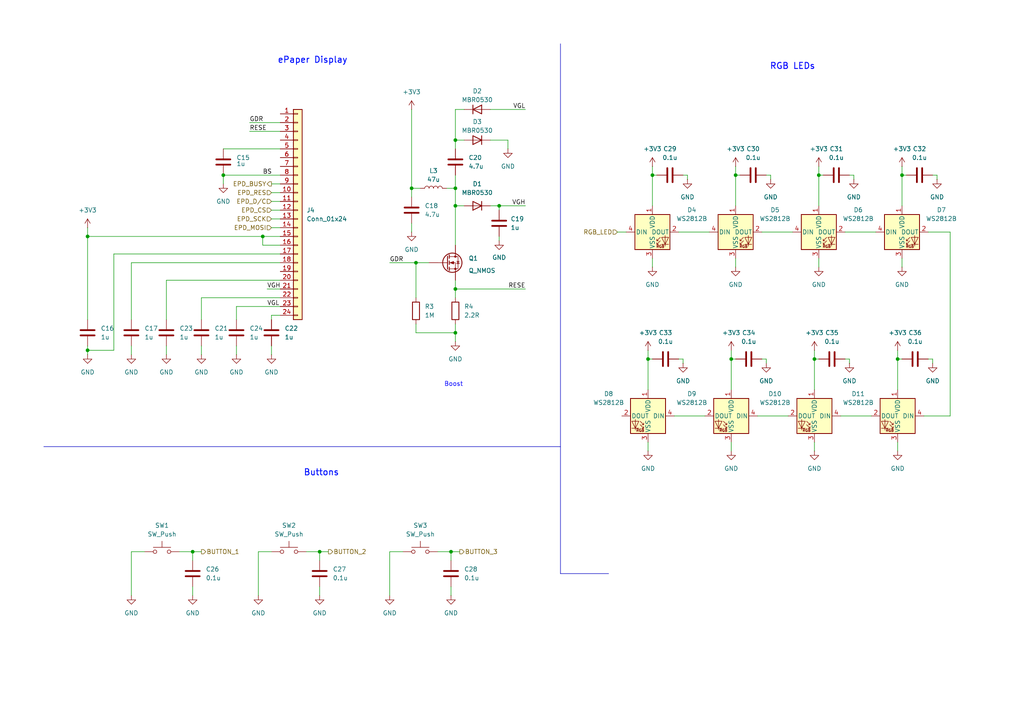
<source format=kicad_sch>
(kicad_sch (version 20250114) (generator "eeschema") (generator_version "9.0")
  (paper "A4")
  (lib_symbols
    (symbol "Connector_Generic:Conn_01x24" (pin_names (offset 1.016) (hide yes))
      (property "Reference" "J" (at 0 30.48 0))
      (property "Value" "Conn_01x24" (at 0 -33.02 0))
      (symbol "Conn_01x24_1_1"
        (rectangle (start -1.27 29.21) (end 1.27 -31.75) (stroke (width 0.254)) (fill (type background)))
        (rectangle (start -1.27 28.067) (end 0 27.813) (stroke (width 0.1524)))
        (rectangle (start -1.27 25.527) (end 0 25.273) (stroke (width 0.1524)))
        (rectangle (start -1.27 22.987) (end 0 22.733) (stroke (width 0.1524)))
        (rectangle (start -1.27 20.447) (end 0 20.193) (stroke (width 0.1524)))
        (rectangle (start -1.27 17.907) (end 0 17.653) (stroke (width 0.1524)))
        (rectangle (start -1.27 15.367) (end 0 15.113) (stroke (width 0.1524)))
        (rectangle (start -1.27 12.827) (end 0 12.573) (stroke (width 0.1524)))
        (rectangle (start -1.27 10.287) (end 0 10.033) (stroke (width 0.1524)))
        (rectangle (start -1.27 7.747) (end 0 7.493) (stroke (width 0.1524)))
        (rectangle (start -1.27 5.207) (end 0 4.953) (stroke (width 0.1524)))
        (rectangle (start -1.27 2.667) (end 0 2.413) (stroke (width 0.1524)))
        (rectangle (start -1.27 0.127) (end 0 -0.127) (stroke (width 0.1524)))
        (rectangle (start -1.27 -2.413) (end 0 -2.667) (stroke (width 0.1524)))
        (rectangle (start -1.27 -4.953) (end 0 -5.207) (stroke (width 0.1524)))
        (rectangle (start -1.27 -7.493) (end 0 -7.747) (stroke (width 0.1524)))
        (rectangle (start -1.27 -10.033) (end 0 -10.287) (stroke (width 0.1524)))
        (rectangle (start -1.27 -12.573) (end 0 -12.827) (stroke (width 0.1524)))
        (rectangle (start -1.27 -15.113) (end 0 -15.367) (stroke (width 0.1524)))
        (rectangle (start -1.27 -17.653) (end 0 -17.907) (stroke (width 0.1524)))
        (rectangle (start -1.27 -20.193) (end 0 -20.447) (stroke (width 0.1524)))
        (rectangle (start -1.27 -22.733) (end 0 -22.987) (stroke (width 0.1524)))
        (rectangle (start -1.27 -25.273) (end 0 -25.527) (stroke (width 0.1524)))
        (rectangle (start -1.27 -27.813) (end 0 -28.067) (stroke (width 0.1524)))
        (rectangle (start -1.27 -30.353) (end 0 -30.607) (stroke (width 0.1524)))
        (pin passive line (at -5.08 27.94 0) (length 3.81) (name "Pin_1") (number "1"))
        (pin passive line (at -5.08 25.4 0) (length 3.81) (name "Pin_2") (number "2"))
        (pin passive line (at -5.08 22.86 0) (length 3.81) (name "Pin_3") (number "3"))
        (pin passive line (at -5.08 20.32 0) (length 3.81) (name "Pin_4") (number "4"))
        (pin passive line (at -5.08 17.78 0) (length 3.81) (name "Pin_5") (number "5"))
        (pin passive line (at -5.08 15.24 0) (length 3.81) (name "Pin_6") (number "6"))
        (pin passive line (at -5.08 12.7 0) (length 3.81) (name "Pin_7") (number "7"))
        (pin passive line (at -5.08 10.16 0) (length 3.81) (name "Pin_8") (number "8"))
        (pin passive line (at -5.08 7.62 0) (length 3.81) (name "Pin_9") (number "9"))
        (pin passive line (at -5.08 5.08 0) (length 3.81) (name "Pin_10") (number "10"))
        (pin passive line (at -5.08 2.54 0) (length 3.81) (name "Pin_11") (number "11"))
        (pin passive line (at -5.08 0 0) (length 3.81) (name "Pin_12") (number "12"))
        (pin passive line (at -5.08 -2.54 0) (length 3.81) (name "Pin_13") (number "13"))
        (pin passive line (at -5.08 -5.08 0) (length 3.81) (name "Pin_14") (number "14"))
        (pin passive line (at -5.08 -7.62 0) (length 3.81) (name "Pin_15") (number "15"))
        (pin passive line (at -5.08 -10.16 0) (length 3.81) (name "Pin_16") (number "16"))
        (pin passive line (at -5.08 -12.7 0) (length 3.81) (name "Pin_17") (number "17"))
        (pin passive line (at -5.08 -15.24 0) (length 3.81) (name "Pin_18") (number "18"))
        (pin passive line (at -5.08 -17.78 0) (length 3.81) (name "Pin_19") (number "19"))
        (pin passive line (at -5.08 -20.32 0) (length 3.81) (name "Pin_20") (number "20"))
        (pin passive line (at -5.08 -22.86 0) (length 3.81) (name "Pin_21") (number "21"))
        (pin passive line (at -5.08 -25.4 0) (length 3.81) (name "Pin_22") (number "22"))
        (pin passive line (at -5.08 -27.94 0) (length 3.81) (name "Pin_23") (number "23"))
        (pin passive line (at -5.08 -30.48 0) (length 3.81) (name "Pin_24") (number "24"))
      )
    )
    (symbol "Device:C" (pin_numbers (hide yes)) (pin_names (offset 0.254))
      (property "Reference" "C" (at 0.635 2.54 0))
      (property "Value" "C" (at 0.635 -2.54 0))
      (symbol "C_0_1"
        (polyline (pts (xy -2.032 0.762) (xy 2.032 0.762)) (stroke (width 0.508)))
        (polyline (pts (xy -2.032 -0.762) (xy 2.032 -0.762)) (stroke (width 0.508)))
      )
      (symbol "C_1_1"
        (pin passive line (at 0 3.81 270) (length 2.794) (name "~") (number "1"))
        (pin passive line (at 0 -3.81 90) (length 2.794) (name "~") (number "2"))
      )
    )
    (symbol "Device:D" (pin_numbers (hide yes)) (pin_names (offset 1.016) (hide yes))
      (property "Reference" "D" (at 0 2.54 0))
      (property "Value" "D" (at 0 -2.54 0))
      (symbol "D_0_1"
        (polyline (pts (xy -1.27 1.27) (xy -1.27 -1.27)) (stroke (width 0.254)))
        (polyline (pts (xy 1.27 1.27) (xy 1.27 -1.27) (xy -1.27 0) (xy 1.27 1.27)) (stroke (width 0.254)))
        (polyline (pts (xy 1.27 0) (xy -1.27 0)))
      )
      (symbol "D_1_1"
        (pin passive line (at -3.81 0 0) (length 2.54) (name "K") (number "1"))
        (pin passive line (at 3.81 0 180) (length 2.54) (name "A") (number "2"))
      )
    )
    (symbol "Device:L" (pin_numbers (hide yes)) (pin_names (offset 1.016) (hide yes))
      (property "Reference" "L" (at -1.27 0 90))
      (property "Value" "L" (at 1.905 0 90))
      (symbol "L_0_1"
        (arc (start 0 2.54) (mid 0.6323 1.905) (end 0 1.27))
        (arc (start 0 1.27) (mid 0.6323 0.635) (end 0 0))
        (arc (start 0 0) (mid 0.6323 -0.635) (end 0 -1.27))
        (arc (start 0 -1.27) (mid 0.6323 -1.905) (end 0 -2.54))
      )
      (symbol "L_1_1"
        (pin passive line (at 0 3.81 270) (length 1.27) (name "1") (number "1"))
        (pin passive line (at 0 -3.81 90) (length 1.27) (name "2") (number "2"))
      )
    )
    (symbol "Device:Q_NMOS" (pin_numbers (hide yes)) (pin_names (offset 0) (hide yes))
      (property "Reference" "Q" (at 5.08 1.27 0))
      (property "Value" "Q_NMOS" (at 5.08 -1.27 0))
      (symbol "Q_NMOS_0_1"
        (polyline (pts (xy 0.254 1.905) (xy 0.254 -1.905)) (stroke (width 0.254)))
        (polyline (pts (xy 0.254 0) (xy -2.54 0)))
        (polyline (pts (xy 0.762 2.286) (xy 0.762 1.27)) (stroke (width 0.254)))
        (polyline (pts (xy 0.762 0.508) (xy 0.762 -0.508)) (stroke (width 0.254)))
        (polyline (pts (xy 0.762 -1.27) (xy 0.762 -2.286)) (stroke (width 0.254)))
        (polyline (pts (xy 0.762 -1.778) (xy 3.302 -1.778) (xy 3.302 1.778) (xy 0.762 1.778)))
        (polyline (pts (xy 1.016 0) (xy 2.032 0.381) (xy 2.032 -0.381) (xy 1.016 0)) (fill (type outline)))
        (circle (center 1.651 0) (radius 2.794) (stroke (width 0.254)))
        (polyline (pts (xy 2.54 2.54) (xy 2.54 1.778)))
        (circle (center 2.54 1.778) (radius 0.254) (fill (type outline)))
        (circle (center 2.54 -1.778) (radius 0.254) (fill (type outline)))
        (polyline (pts (xy 2.54 -2.54) (xy 2.54 0) (xy 0.762 0)))
        (polyline (pts (xy 2.921 0.381) (xy 3.683 0.381)))
        (polyline (pts (xy 3.302 0.381) (xy 2.921 -0.254) (xy 3.683 -0.254) (xy 3.302 0.381)))
      )
      (symbol "Q_NMOS_1_1"
        (pin input line (at -5.08 0 0) (length 2.54) (name "G") (number "G"))
        (pin passive line (at 2.54 5.08 270) (length 2.54) (name "D") (number "D"))
        (pin passive line (at 2.54 -5.08 90) (length 2.54) (name "S") (number "S"))
      )
    )
    (symbol "Device:R" (pin_numbers (hide yes)) (pin_names (offset 0))
      (property "Reference" "R" (at 2.032 0 90))
      (property "Value" "R" (at 0 0 90))
      (symbol "R_0_1"
        (rectangle (start -1.016 -2.54) (end 1.016 2.54) (stroke (width 0.254)))
      )
      (symbol "R_1_1"
        (pin passive line (at 0 3.81 270) (length 1.27) (name "~") (number "1"))
        (pin passive line (at 0 -3.81 90) (length 1.27) (name "~") (number "2"))
      )
    )
    (symbol "LED:WS2812B" (pin_names (offset 0.254))
      (property "Reference" "D" (at 5.08 5.715 0))
      (property "Value" "WS2812B" (at 1.27 -5.715 0))
      (symbol "WS2812B_0_0"
        (text "RGB" (at 2.286 -4.191 0) (effects (font (size 0.762 0.762))))
      )
      (symbol "WS2812B_0_1"
        (polyline (pts (xy 1.27 -2.54) (xy 1.778 -2.54)))
        (polyline (pts (xy 1.27 -3.556) (xy 1.778 -3.556)))
        (polyline (pts (xy 2.286 -1.524) (xy 1.27 -2.54) (xy 1.27 -2.032)))
        (polyline (pts (xy 2.286 -2.54) (xy 1.27 -3.556) (xy 1.27 -3.048)))
        (polyline (pts (xy 3.683 -1.016) (xy 3.683 -3.556) (xy 3.683 -4.064)))
        (polyline (pts (xy 4.699 -1.524) (xy 2.667 -1.524) (xy 3.683 -3.556) (xy 4.699 -1.524)))
        (polyline (pts (xy 4.699 -3.556) (xy 2.667 -3.556)))
        (rectangle (start 5.08 5.08) (end -5.08 -5.08) (stroke (width 0.254)) (fill (type background)))
      )
      (symbol "WS2812B_1_1"
        (pin input line (at -7.62 0 0) (length 2.54) (name "DIN") (number "4"))
        (pin power_in line (at 0 7.62 270) (length 2.54) (name "VDD") (number "1"))
        (pin power_in line (at 0 -7.62 90) (length 2.54) (name "VSS") (number "3"))
        (pin output line (at 7.62 0 180) (length 2.54) (name "DOUT") (number "2"))
      )
    )
    (symbol "Switch:SW_Push" (pin_numbers (hide yes)) (pin_names (offset 1.016) (hide yes))
      (property "Reference" "SW" (at 1.27 2.54 0))
      (property "Value" "SW_Push" (at 0 -1.524 0))
      (symbol "SW_Push_0_1"
        (circle (center -2.032 0) (radius 0.508))
        (polyline (pts (xy 0 1.27) (xy 0 3.048)))
        (circle (center 2.032 0) (radius 0.508))
        (polyline (pts (xy 2.54 1.27) (xy -2.54 1.27)))
        (pin passive line (at -5.08 0 0) (length 2.54) (name "1") (number "1"))
        (pin passive line (at 5.08 0 180) (length 2.54) (name "2") (number "2"))
      )
    )
    (symbol "power:+3V3" (power) (pin_numbers (hide yes)) (pin_names (offset 0) (hide yes))
      (property "Value" "+3V3" (at 0 3.556 0))
      (symbol "+3V3_0_1"
        (polyline (pts (xy -0.762 1.27) (xy 0 2.54)))
        (polyline (pts (xy 0 2.54) (xy 0.762 1.27)))
        (polyline (pts (xy 0 0) (xy 0 2.54)))
      )
      (symbol "+3V3_1_1"
        (pin power_in line (at 0 0 90) (length 0) (name "~") (number "1"))
      )
    )
    (symbol "power:GND" (power) (pin_numbers (hide yes)) (pin_names (offset 0) (hide yes))
      (property "Value" "GND" (at 0 -3.81 0))
      (symbol "GND_0_1"
        (polyline (pts (xy 0 0) (xy 0 -1.27) (xy 1.27 -1.27) (xy 0 -2.54) (xy -1.27 -1.27) (xy 0 -1.27)))
      )
      (symbol "GND_1_1"
        (pin power_in line (at 0 0 270) (length 0) (name "~") (number "1"))
      )
    )
  )
  (text "RGB LEDs" (at 229.87 19.304 0) (effects (font (size 1.778 1.778) (thickness 0.254) (bold yes))))
  (text "Boost" (at 131.572 111.506 0) (effects (font (size 1.27 1.27))))
  (text "Buttons\n" (at 93.218 137.16 0) (effects (font (size 1.778 1.778) (thickness 0.254) (bold yes))))
  (text "ePaper Display" (at 90.678 17.526 0) (effects (font (size 1.778 1.778) (thickness 0.254) (bold yes))))
  (junction (at 261.62 50.8))
  (junction (at 92.71 160.02))
  (junction (at 236.22 104.14))
  (junction (at 132.08 54.61))
  (junction (at 25.4 101.6))
  (junction (at 132.08 96.52))
  (junction (at 76.2 68.58))
  (junction (at 132.08 83.82))
  (junction (at 64.77 50.8))
  (junction (at 119.38 54.61))
  (junction (at 212.09 104.14))
  (junction (at 120.65 76.2))
  (junction (at 213.36 50.8))
  (junction (at 130.81 160.02))
  (junction (at 55.88 160.02))
  (junction (at 25.4 68.58))
  (junction (at 189.23 50.8))
  (junction (at 144.78 59.69))
  (junction (at 260.35 104.14))
  (junction (at 187.96 104.14))
  (junction (at 237.49 50.8))
  (junction (at 132.08 40.64))
  (junction (at 132.08 59.69))
  (wire (pts (xy 78.74 160.02) (xy 74.93 160.02)))
  (wire (pts (xy 212.09 104.14) (xy 212.09 113.03)))
  (wire (pts (xy 237.49 48.26) (xy 237.49 50.8)))
  (wire (pts (xy 78.74 60.96) (xy 81.28 60.96)))
  (wire (pts (xy 48.26 81.28) (xy 81.28 81.28)))
  (wire (pts (xy 132.08 83.82) (xy 152.4 83.82)))
  (wire (pts (xy 78.74 58.42) (xy 81.28 58.42)))
  (wire (pts (xy 88.9 160.02) (xy 92.71 160.02)))
  (wire (pts (xy 132.08 31.75) (xy 132.08 40.64)))
  (wire (pts (xy 78.74 63.5) (xy 81.28 63.5)))
  (wire (pts (xy 38.1 76.2) (xy 81.28 76.2)))
  (wire (pts (xy 129.54 54.61) (xy 132.08 54.61)))
  (wire (pts (xy 236.22 104.14) (xy 237.49 104.14)))
  (wire (pts (xy 25.4 101.6) (xy 33.02 101.6)))
  (wire (pts (xy 132.08 93.98) (xy 132.08 96.52)))
  (wire (pts (xy 119.38 31.75) (xy 119.38 54.61)))
  (wire (pts (xy 213.36 50.8) (xy 214.63 50.8)))
  (wire (pts (xy 74.93 160.02) (xy 74.93 172.72)))
  (wire (pts (xy 25.4 101.6) (xy 25.4 102.87)))
  (wire (pts (xy 25.4 68.58) (xy 25.4 92.71)))
  (polyline (pts (xy 162.56 166.37) (xy 176.53 166.37)))
  (wire (pts (xy 245.11 67.31) (xy 254 67.31)))
  (wire (pts (xy 269.24 67.31) (xy 275.59 67.31)))
  (wire (pts (xy 120.65 93.98) (xy 120.65 96.52)))
  (wire (pts (xy 189.23 74.93) (xy 189.23 77.47)))
  (wire (pts (xy 247.65 50.8) (xy 247.65 52.07)))
  (wire (pts (xy 78.74 91.44) (xy 81.28 91.44)))
  (wire (pts (xy 142.24 59.69) (xy 144.78 59.69)))
  (wire (pts (xy 116.84 160.02) (xy 113.03 160.02)))
  (wire (pts (xy 220.98 104.14) (xy 222.25 104.14)))
  (wire (pts (xy 222.25 50.8) (xy 223.52 50.8)))
  (wire (pts (xy 212.09 128.27) (xy 212.09 130.81)))
  (wire (pts (xy 119.38 54.61) (xy 121.92 54.61)))
  (wire (pts (xy 38.1 160.02) (xy 38.1 172.72)))
  (wire (pts (xy 195.58 120.65) (xy 204.47 120.65)))
  (wire (pts (xy 58.42 86.36) (xy 81.28 86.36)))
  (wire (pts (xy 132.08 40.64) (xy 132.08 43.18)))
  (wire (pts (xy 261.62 74.93) (xy 261.62 77.47)))
  (wire (pts (xy 119.38 64.77) (xy 119.38 67.31)))
  (wire (pts (xy 267.97 120.65) (xy 275.59 120.65)))
  (wire (pts (xy 187.96 104.14) (xy 187.96 113.03)))
  (wire (pts (xy 64.77 50.8) (xy 64.77 53.34)))
  (wire (pts (xy 245.11 104.14) (xy 246.38 104.14)))
  (wire (pts (xy 33.02 73.66) (xy 33.02 101.6)))
  (wire (pts (xy 78.74 53.34) (xy 81.28 53.34)))
  (wire (pts (xy 222.25 104.14) (xy 222.25 105.41)))
  (wire (pts (xy 261.62 48.26) (xy 261.62 50.8)))
  (wire (pts (xy 48.26 100.33) (xy 48.26 102.87)))
  (wire (pts (xy 236.22 101.6) (xy 236.22 104.14)))
  (wire (pts (xy 199.39 50.8) (xy 199.39 52.07)))
  (wire (pts (xy 260.35 104.14) (xy 260.35 113.03)))
  (wire (pts (xy 55.88 170.18) (xy 55.88 172.72)))
  (wire (pts (xy 237.49 50.8) (xy 237.49 59.69)))
  (wire (pts (xy 187.96 128.27) (xy 187.96 130.81)))
  (wire (pts (xy 72.39 35.56) (xy 81.28 35.56)))
  (wire (pts (xy 130.81 160.02) (xy 130.81 162.56)))
  (wire (pts (xy 132.08 81.28) (xy 132.08 83.82)))
  (wire (pts (xy 198.12 104.14) (xy 198.12 105.41)))
  (wire (pts (xy 76.2 68.58) (xy 76.2 71.12)))
  (wire (pts (xy 64.77 50.8) (xy 81.28 50.8)))
  (wire (pts (xy 261.62 50.8) (xy 261.62 59.69)))
  (wire (pts (xy 132.08 54.61) (xy 132.08 59.69)))
  (wire (pts (xy 25.4 66.04) (xy 25.4 68.58)))
  (wire (pts (xy 144.78 59.69) (xy 144.78 60.96)))
  (wire (pts (xy 113.03 76.2) (xy 120.65 76.2)))
  (wire (pts (xy 52.07 160.02) (xy 55.88 160.02)))
  (wire (pts (xy 271.78 50.8) (xy 271.78 52.07)))
  (wire (pts (xy 68.58 88.9) (xy 68.58 92.71)))
  (wire (pts (xy 132.08 40.64) (xy 134.62 40.64)))
  (wire (pts (xy 78.74 55.88) (xy 81.28 55.88)))
  (wire (pts (xy 55.88 160.02) (xy 55.88 162.56)))
  (wire (pts (xy 246.38 50.8) (xy 247.65 50.8)))
  (wire (pts (xy 219.71 120.65) (xy 228.6 120.65)))
  (wire (pts (xy 72.39 38.1) (xy 81.28 38.1)))
  (wire (pts (xy 130.81 170.18) (xy 130.81 172.72)))
  (wire (pts (xy 132.08 50.8) (xy 132.08 54.61)))
  (wire (pts (xy 78.74 100.33) (xy 78.74 102.87)))
  (wire (pts (xy 261.62 50.8) (xy 262.89 50.8)))
  (wire (pts (xy 78.74 92.71) (xy 78.74 91.44)))
  (wire (pts (xy 142.24 31.75) (xy 152.4 31.75)))
  (wire (pts (xy 132.08 83.82) (xy 132.08 86.36)))
  (wire (pts (xy 25.4 100.33) (xy 25.4 101.6)))
  (wire (pts (xy 260.35 104.14) (xy 261.62 104.14)))
  (wire (pts (xy 236.22 104.14) (xy 236.22 113.03)))
  (wire (pts (xy 38.1 76.2) (xy 38.1 92.71)))
  (wire (pts (xy 198.12 50.8) (xy 199.39 50.8)))
  (wire (pts (xy 243.84 120.65) (xy 252.73 120.65)))
  (wire (pts (xy 212.09 101.6) (xy 212.09 104.14)))
  (wire (pts (xy 120.65 96.52) (xy 132.08 96.52)))
  (wire (pts (xy 92.71 170.18) (xy 92.71 172.72)))
  (wire (pts (xy 237.49 74.93) (xy 237.49 77.47)))
  (wire (pts (xy 127 160.02) (xy 130.81 160.02)))
  (wire (pts (xy 189.23 50.8) (xy 189.23 59.69)))
  (wire (pts (xy 236.22 128.27) (xy 236.22 130.81)))
  (wire (pts (xy 212.09 104.14) (xy 213.36 104.14)))
  (wire (pts (xy 68.58 88.9) (xy 81.28 88.9)))
  (wire (pts (xy 260.35 128.27) (xy 260.35 130.81)))
  (wire (pts (xy 269.24 104.14) (xy 270.51 104.14)))
  (wire (pts (xy 187.96 104.14) (xy 189.23 104.14)))
  (wire (pts (xy 76.2 68.58) (xy 25.4 68.58)))
  (wire (pts (xy 119.38 54.61) (xy 119.38 57.15)))
  (wire (pts (xy 270.51 50.8) (xy 271.78 50.8)))
  (wire (pts (xy 132.08 59.69) (xy 134.62 59.69)))
  (wire (pts (xy 78.74 66.04) (xy 81.28 66.04)))
  (wire (pts (xy 187.96 101.6) (xy 187.96 104.14)))
  (wire (pts (xy 58.42 86.36) (xy 58.42 92.71)))
  (wire (pts (xy 58.42 100.33) (xy 58.42 102.87)))
  (wire (pts (xy 275.59 120.65) (xy 275.59 67.31)))
  (wire (pts (xy 189.23 48.26) (xy 189.23 50.8)))
  (wire (pts (xy 130.81 160.02) (xy 133.35 160.02)))
  (wire (pts (xy 220.98 67.31) (xy 229.87 67.31)))
  (wire (pts (xy 92.71 160.02) (xy 95.25 160.02)))
  (wire (pts (xy 33.02 73.66) (xy 81.28 73.66)))
  (wire (pts (xy 68.58 100.33) (xy 68.58 102.87)))
  (wire (pts (xy 132.08 31.75) (xy 134.62 31.75)))
  (wire (pts (xy 260.35 101.6) (xy 260.35 104.14)))
  (wire (pts (xy 144.78 59.69) (xy 152.4 59.69)))
  (wire (pts (xy 213.36 48.26) (xy 213.36 50.8)))
  (wire (pts (xy 41.91 160.02) (xy 38.1 160.02)))
  (wire (pts (xy 38.1 100.33) (xy 38.1 102.87)))
  (wire (pts (xy 120.65 76.2) (xy 120.65 86.36)))
  (wire (pts (xy 270.51 104.14) (xy 270.51 105.41)))
  (wire (pts (xy 196.85 104.14) (xy 198.12 104.14)))
  (wire (pts (xy 55.88 160.02) (xy 58.42 160.02)))
  (wire (pts (xy 48.26 81.28) (xy 48.26 92.71)))
  (wire (pts (xy 77.47 83.82) (xy 81.28 83.82)))
  (polyline (pts (xy 162.56 12.7) (xy 162.56 166.37)))
  (wire (pts (xy 213.36 50.8) (xy 213.36 59.69)))
  (wire (pts (xy 132.08 59.69) (xy 132.08 71.12)))
  (wire (pts (xy 196.85 67.31) (xy 205.74 67.31)))
  (wire (pts (xy 76.2 71.12) (xy 81.28 71.12)))
  (wire (pts (xy 144.78 68.58) (xy 144.78 69.85)))
  (wire (pts (xy 113.03 160.02) (xy 113.03 172.72)))
  (wire (pts (xy 64.77 43.18) (xy 81.28 43.18)))
  (wire (pts (xy 189.23 50.8) (xy 190.5 50.8)))
  (wire (pts (xy 213.36 74.93) (xy 213.36 77.47)))
  (wire (pts (xy 179.07 67.31) (xy 181.61 67.31)))
  (wire (pts (xy 223.52 50.8) (xy 223.52 52.07)))
  (wire (pts (xy 81.28 68.58) (xy 76.2 68.58)))
  (polyline (pts (xy 12.7 129.54) (xy 162.56 129.54)))
  (wire (pts (xy 237.49 50.8) (xy 238.76 50.8)))
  (wire (pts (xy 92.71 160.02) (xy 92.71 162.56)))
  (wire (pts (xy 120.65 76.2) (xy 124.46 76.2)))
  (wire (pts (xy 147.32 43.18) (xy 147.32 40.64)))
  (wire (pts (xy 142.24 40.64) (xy 147.32 40.64)))
  (wire (pts (xy 246.38 104.14) (xy 246.38 105.41)))
  (wire (pts (xy 132.08 96.52) (xy 132.08 99.06)))
  (label "VGH" (at 77.47 83.82 0))
  (label "VGH" (at 152.4 59.69 180))
  (label "GDR" (at 113.03 76.2 0))
  (label "GDR" (at 72.39 35.56 0))
  (label "VGL" (at 77.47 88.9 0))
  (label "BS" (at 76.2 50.8 0))
  (label "RESE" (at 152.4 83.82 180))
  (label "VGL" (at 152.4 31.75 180))
  (label "RESE" (at 72.39 38.1 0))
  (hierarchical_label "RGB_LED" (shape input) (at 179.07 67.31 180))
  (hierarchical_label "EPD_D{slash}C" (shape input) (at 78.74 58.42 180))
  (hierarchical_label "BUTTON_3" (shape output) (at 133.35 160.02 0))
  (hierarchical_label "EPD_CS" (shape input) (at 78.74 60.96 180))
  (hierarchical_label "EPD_MOSI" (shape input) (at 78.74 66.04 180))
  (hierarchical_label "EPD_SCK" (shape input) (at 78.74 63.5 180))
  (hierarchical_label "EPD_RES" (shape input) (at 78.74 55.88 180))
  (hierarchical_label "BUTTON_1" (shape output) (at 58.42 160.02 0))
  (hierarchical_label "EPD_BUSY" (shape output) (at 78.74 53.34 180))
  (hierarchical_label "BUTTON_2" (shape output) (at 95.25 160.02 0))
  (symbol (lib_id "LED:WS2812B") (at 189.23 67.31 0) (unit 1)
    (property "Reference" "D4" (at 200.66 60.8898 0))
    (property "Value" "WS2812B" (at 200.66 63.4298 0))
    (property "Footprint" "LED_SMD:LED_WS2812B_PLCC4_5.0x5.0mm_P3.2mm" (effects (hide yes)))
    (property "Datasheet" "https://cdn-shop.adafruit.com/datasheets/WS2812B.pdf" (effects (hide yes)))
    (property "Description" "RGB LED with integrated controller" (effects (hide yes)))
  )
  (symbol (lib_id "power:GND") (at 270.51 105.41 0) (unit 1)
    (property "Reference" "#PWR072" (effects (hide yes)))
    (property "Value" "GND" (at 270.51 110.49 0))
    (property "Description" "Power symbol creates a global label with name \"GND\" , ground" (effects (hide yes)))
  )
  (symbol (lib_id "power:GND") (at 113.03 172.72 0) (unit 1)
    (property "Reference" "#PWR047" (effects (hide yes)))
    (property "Value" "GND" (at 113.03 177.8 0))
    (property "Description" "Power symbol creates a global label with name \"GND\" , ground" (effects (hide yes)))
  )
  (symbol (lib_id "power:GND") (at 187.96 130.81 0) (unit 1)
    (property "Reference" "#PWR056" (effects (hide yes)))
    (property "Value" "GND" (at 187.96 135.89 0))
    (property "Description" "Power symbol creates a global label with name \"GND\" , ground" (effects (hide yes)))
  )
  (symbol (lib_id "Device:C") (at 119.38 60.96 0) (unit 1)
    (property "Reference" "C18" (at 123.19 59.6899 0) (effects (justify left)))
    (property "Value" "4.7u" (at 123.19 62.2299 0) (effects (justify left)))
    (property "Footprint" "Capacitor_SMD:C_0805_2012Metric" (effects (hide yes)))
    (property "Description" "Unpolarized capacitor" (effects (hide yes)))
  )
  (symbol (lib_id "power:+3V3") (at 187.96 101.6 0) (unit 1)
    (property "Reference" "#PWR065" (effects (hide yes)))
    (property "Value" "+3V3" (at 187.96 96.52 0))
    (property "Description" "Power symbol creates a global label with name \"+3V3\"" (effects (hide yes)))
  )
  (symbol (lib_id "power:GND") (at 246.38 105.41 0) (unit 1)
    (property "Reference" "#PWR070" (effects (hide yes)))
    (property "Value" "GND" (at 246.38 110.49 0))
    (property "Description" "Power symbol creates a global label with name \"GND\" , ground" (effects (hide yes)))
  )
  (symbol (lib_id "LED:WS2812B") (at 260.35 120.65 0) (mirror y) (unit 1)
    (property "Reference" "D11" (at 248.92 114.2298 0))
    (property "Value" "WS2812B" (at 248.92 116.7698 0))
    (property "Footprint" "LED_SMD:LED_WS2812B_PLCC4_5.0x5.0mm_P3.2mm" (effects (hide yes)))
    (property "Datasheet" "https://cdn-shop.adafruit.com/datasheets/WS2812B.pdf" (effects (hide yes)))
    (property "Description" "RGB LED with integrated controller" (effects (hide yes)))
  )
  (symbol (lib_id "power:GND") (at 236.22 130.81 0) (unit 1)
    (property "Reference" "#PWR054" (effects (hide yes)))
    (property "Value" "GND" (at 236.22 135.89 0))
    (property "Description" "Power symbol creates a global label with name \"GND\" , ground" (effects (hide yes)))
  )
  (symbol (lib_id "Switch:SW_Push") (at 83.82 160.02 0) (unit 1)
    (property "Reference" "SW2" (at 83.82 152.4 0))
    (property "Value" "SW_Push" (at 83.82 154.94 0))
    (property "Description" "Push button switch, generic, two pins" (effects (hide yes)))
  )
  (symbol (lib_id "LED:WS2812B") (at 261.62 67.31 0) (unit 1)
    (property "Reference" "D7" (at 273.05 60.8898 0))
    (property "Value" "WS2812B" (at 273.05 63.4298 0))
    (property "Footprint" "LED_SMD:LED_WS2812B_PLCC4_5.0x5.0mm_P3.2mm" (effects (hide yes)))
    (property "Datasheet" "https://cdn-shop.adafruit.com/datasheets/WS2812B.pdf" (effects (hide yes)))
    (property "Description" "RGB LED with integrated controller" (effects (hide yes)))
  )
  (symbol (lib_id "Device:C") (at 241.3 104.14 90) (unit 1)
    (property "Reference" "C35" (at 241.3 96.52 90))
    (property "Value" "0.1u" (at 241.3 99.06 90))
    (property "Footprint" "Capacitor_SMD:C_0603_1608Metric" (effects (hide yes)))
    (property "Description" "Unpolarized capacitor" (effects (hide yes)))
  )
  (symbol (lib_id "power:GND") (at 222.25 105.41 0) (unit 1)
    (property "Reference" "#PWR068" (effects (hide yes)))
    (property "Value" "GND" (at 222.25 110.49 0))
    (property "Description" "Power symbol creates a global label with name \"GND\" , ground" (effects (hide yes)))
  )
  (symbol (lib_id "Device:D") (at 138.43 40.64 180) (unit 1)
    (property "Reference" "D3" (at 138.43 35.306 0))
    (property "Value" "MBR0530" (at 138.43 37.846 0))
    (property "Footprint" "Diode_SMD:D_SOD-123" (effects (hide yes)))
    (property "Description" "Diode" (effects (hide yes)))
    (property "Sim.Device" "D" (effects (hide yes)))
    (property "Sim.Pins" "1=K 2=A" (effects (hide yes)))
  )
  (symbol (lib_id "LED:WS2812B") (at 236.22 120.65 0) (mirror y) (unit 1)
    (property "Reference" "D10" (at 224.79 114.2298 0))
    (property "Value" "WS2812B" (at 224.79 116.7698 0))
    (property "Footprint" "LED_SMD:LED_WS2812B_PLCC4_5.0x5.0mm_P3.2mm" (effects (hide yes)))
    (property "Datasheet" "https://cdn-shop.adafruit.com/datasheets/WS2812B.pdf" (effects (hide yes)))
    (property "Description" "RGB LED with integrated controller" (effects (hide yes)))
  )
  (symbol (lib_id "Switch:SW_Push") (at 121.92 160.02 0) (unit 1)
    (property "Reference" "SW3" (at 121.92 152.4 0))
    (property "Value" "SW_Push" (at 121.92 154.94 0))
    (property "Description" "Push button switch, generic, two pins" (effects (hide yes)))
  )
  (symbol (lib_id "power:GND") (at 38.1 102.87 0) (unit 1)
    (property "Reference" "#PWR037" (effects (hide yes)))
    (property "Value" "GND" (at 38.1 107.95 0))
    (property "Description" "Power symbol creates a global label with name \"GND\" , ground" (effects (hide yes)))
  )
  (symbol (lib_id "power:GND") (at 132.08 99.06 0) (unit 1)
    (property "Reference" "#PWR028" (effects (hide yes)))
    (property "Value" "GND" (at 132.08 104.14 0))
    (property "Description" "Power symbol creates a global label with name \"GND\" , ground" (effects (hide yes)))
  )
  (symbol (lib_id "Device:C") (at 217.17 104.14 90) (unit 1)
    (property "Reference" "C34" (at 217.17 96.52 90))
    (property "Value" "0.1u" (at 217.17 99.06 90))
    (property "Footprint" "Capacitor_SMD:C_0603_1608Metric" (effects (hide yes)))
    (property "Description" "Unpolarized capacitor" (effects (hide yes)))
  )
  (symbol (lib_id "power:+3V3") (at 237.49 48.26 0) (unit 1)
    (property "Reference" "#PWR061" (effects (hide yes)))
    (property "Value" "+3V3" (at 237.49 43.18 0))
    (property "Description" "Power symbol creates a global label with name \"+3V3\"" (effects (hide yes)))
  )
  (symbol (lib_id "power:GND") (at 68.58 102.87 0) (unit 1)
    (property "Reference" "#PWR034" (effects (hide yes)))
    (property "Value" "GND" (at 68.58 107.95 0))
    (property "Description" "Power symbol creates a global label with name \"GND\" , ground" (effects (hide yes)))
  )
  (symbol (lib_id "Device:C") (at 78.74 96.52 0) (unit 1)
    (property "Reference" "C22" (at 82.55 95.2499 0) (effects (justify left)))
    (property "Value" "1u" (at 82.55 97.7899 0) (effects (justify left)))
    (property "Footprint" "Capacitor_SMD:C_0603_1608Metric" (effects (hide yes)))
    (property "Description" "Unpolarized capacitor" (effects (hide yes)))
  )
  (symbol (lib_id "Device:C") (at 242.57 50.8 90) (unit 1)
    (property "Reference" "C31" (at 242.57 43.18 90))
    (property "Value" "0.1u" (at 242.57 45.72 90))
    (property "Footprint" "Capacitor_SMD:C_0603_1608Metric" (effects (hide yes)))
    (property "Description" "Unpolarized capacitor" (effects (hide yes)))
  )
  (symbol (lib_id "LED:WS2812B") (at 213.36 67.31 0) (unit 1)
    (property "Reference" "D5" (at 224.79 60.8898 0))
    (property "Value" "WS2812B" (at 224.79 63.4298 0))
    (property "Footprint" "LED_SMD:LED_WS2812B_PLCC4_5.0x5.0mm_P3.2mm" (effects (hide yes)))
    (property "Datasheet" "https://cdn-shop.adafruit.com/datasheets/WS2812B.pdf" (effects (hide yes)))
    (property "Description" "RGB LED with integrated controller" (effects (hide yes)))
  )
  (symbol (lib_id "Device:C") (at 144.78 64.77 0) (unit 1)
    (property "Reference" "C19" (at 148.082 63.5 0) (effects (justify left)))
    (property "Value" "1u" (at 148.082 66.04 0) (effects (justify left)))
    (property "Footprint" "Capacitor_SMD:C_0603_1608Metric" (effects (hide yes)))
    (property "Description" "Unpolarized capacitor" (effects (hide yes)))
  )
  (symbol (lib_id "power:+3V3") (at 25.4 66.04 0) (unit 1)
    (property "Reference" "#PWR026" (effects (hide yes)))
    (property "Value" "+3V3" (at 25.4 60.96 0))
    (property "Description" "Power symbol creates a global label with name \"+3V3\"" (effects (hide yes)))
  )
  (symbol (lib_id "power:+3V3") (at 189.23 48.26 0) (unit 1)
    (property "Reference" "#PWR057" (effects (hide yes)))
    (property "Value" "+3V3" (at 189.23 43.18 0))
    (property "Description" "Power symbol creates a global label with name \"+3V3\"" (effects (hide yes)))
  )
  (symbol (lib_id "power:GND") (at 198.12 105.41 0) (unit 1)
    (property "Reference" "#PWR066" (effects (hide yes)))
    (property "Value" "GND" (at 198.12 110.49 0))
    (property "Description" "Power symbol creates a global label with name \"GND\" , ground" (effects (hide yes)))
  )
  (symbol (lib_id "Device:C") (at 25.4 96.52 0) (unit 1)
    (property "Reference" "C16" (at 29.21 95.2499 0) (effects (justify left)))
    (property "Value" "1u" (at 29.21 97.7899 0) (effects (justify left)))
    (property "Footprint" "Capacitor_SMD:C_0603_1608Metric" (effects (hide yes)))
    (property "Description" "Unpolarized capacitor" (effects (hide yes)))
  )
  (symbol (lib_id "power:+3V3") (at 236.22 101.6 0) (unit 1)
    (property "Reference" "#PWR069" (effects (hide yes)))
    (property "Value" "+3V3" (at 236.22 96.52 0))
    (property "Description" "Power symbol creates a global label with name \"+3V3\"" (effects (hide yes)))
  )
  (symbol (lib_id "power:GND") (at 199.39 52.07 0) (unit 1)
    (property "Reference" "#PWR058" (effects (hide yes)))
    (property "Value" "GND" (at 199.39 57.15 0))
    (property "Description" "Power symbol creates a global label with name \"GND\" , ground" (effects (hide yes)))
  )
  (symbol (lib_id "Device:R") (at 120.65 90.17 0) (unit 1)
    (property "Reference" "R3" (at 123.19 88.8999 0) (effects (justify left)))
    (property "Value" "1M" (at 123.19 91.4399 0) (effects (justify left)))
    (property "Footprint" "Resistor_SMD:R_0603_1608Metric" (effects (hide yes)))
    (property "Description" "Resistor" (effects (hide yes)))
  )
  (symbol (lib_id "Device:C") (at 194.31 50.8 90) (unit 1)
    (property "Reference" "C29" (at 194.31 43.18 90))
    (property "Value" "0.1u" (at 194.31 45.72 90))
    (property "Footprint" "Capacitor_SMD:C_0603_1608Metric" (effects (hide yes)))
    (property "Description" "Unpolarized capacitor" (effects (hide yes)))
  )
  (symbol (lib_id "LED:WS2812B") (at 237.49 67.31 0) (unit 1)
    (property "Reference" "D6" (at 248.92 60.8898 0))
    (property "Value" "WS2812B" (at 248.92 63.4298 0))
    (property "Footprint" "LED_SMD:LED_WS2812B_PLCC4_5.0x5.0mm_P3.2mm" (effects (hide yes)))
    (property "Datasheet" "https://cdn-shop.adafruit.com/datasheets/WS2812B.pdf" (effects (hide yes)))
    (property "Description" "RGB LED with integrated controller" (effects (hide yes)))
  )
  (symbol (lib_id "power:GND") (at 213.36 77.47 0) (unit 1)
    (property "Reference" "#PWR050" (effects (hide yes)))
    (property "Value" "GND" (at 213.36 82.55 0))
    (property "Description" "Power symbol creates a global label with name \"GND\" , ground" (effects (hide yes)))
  )
  (symbol (lib_id "power:GND") (at 38.1 172.72 0) (unit 1)
    (property "Reference" "#PWR043" (effects (hide yes)))
    (property "Value" "GND" (at 38.1 177.8 0))
    (property "Description" "Power symbol creates a global label with name \"GND\" , ground" (effects (hide yes)))
  )
  (symbol (lib_id "power:GND") (at 64.77 53.34 0) (unit 1)
    (property "Reference" "#PWR025" (effects (hide yes)))
    (property "Value" "GND" (at 64.77 58.42 0))
    (property "Description" "Power symbol creates a global label with name \"GND\" , ground" (effects (hide yes)))
  )
  (symbol (lib_id "power:GND") (at 74.93 172.72 0) (unit 1)
    (property "Reference" "#PWR045" (effects (hide yes)))
    (property "Value" "GND" (at 74.93 177.8 0))
    (property "Description" "Power symbol creates a global label with name \"GND\" , ground" (effects (hide yes)))
  )
  (symbol (lib_id "power:+3V3") (at 261.62 48.26 0) (unit 1)
    (property "Reference" "#PWR063" (effects (hide yes)))
    (property "Value" "+3V3" (at 261.62 43.18 0))
    (property "Description" "Power symbol creates a global label with name \"+3V3\"" (effects (hide yes)))
  )
  (symbol (lib_id "power:GND") (at 119.38 67.31 0) (unit 1)
    (property "Reference" "#PWR030" (effects (hide yes)))
    (property "Value" "GND" (at 119.38 72.39 0))
    (property "Description" "Power symbol creates a global label with name \"GND\" , ground" (effects (hide yes)))
  )
  (symbol (lib_id "Device:C") (at 218.44 50.8 90) (unit 1)
    (property "Reference" "C30" (at 218.44 43.18 90))
    (property "Value" "0.1u" (at 218.44 45.72 90))
    (property "Footprint" "Capacitor_SMD:C_0603_1608Metric" (effects (hide yes)))
    (property "Description" "Unpolarized capacitor" (effects (hide yes)))
  )
  (symbol (lib_id "power:GND") (at 25.4 102.87 0) (unit 1)
    (property "Reference" "#PWR027" (effects (hide yes)))
    (property "Value" "GND" (at 25.4 107.95 0))
    (property "Description" "Power symbol creates a global label with name \"GND\" , ground" (effects (hide yes)))
  )
  (symbol (lib_id "Device:C") (at 58.42 96.52 0) (unit 1)
    (property "Reference" "C21" (at 62.23 95.2499 0) (effects (justify left)))
    (property "Value" "1u" (at 62.23 97.7899 0) (effects (justify left)))
    (property "Footprint" "Capacitor_SMD:C_0603_1608Metric" (effects (hide yes)))
    (property "Description" "Unpolarized capacitor" (effects (hide yes)))
  )
  (symbol (lib_id "Device:C") (at 132.08 46.99 0) (unit 1)
    (property "Reference" "C20" (at 135.89 45.7199 0) (effects (justify left)))
    (property "Value" "4.7u" (at 135.89 48.2599 0) (effects (justify left)))
    (property "Footprint" "Capacitor_SMD:C_0805_2012Metric" (effects (hide yes)))
    (property "Description" "Unpolarized capacitor" (effects (hide yes)))
  )
  (symbol (lib_id "Device:C") (at 38.1 96.52 0) (unit 1)
    (property "Reference" "C17" (at 41.91 95.2499 0) (effects (justify left)))
    (property "Value" "1u" (at 41.91 97.7899 0) (effects (justify left)))
    (property "Footprint" "Capacitor_SMD:C_0603_1608Metric" (effects (hide yes)))
    (property "Description" "Unpolarized capacitor" (effects (hide yes)))
  )
  (symbol (lib_id "Device:C") (at 266.7 50.8 90) (unit 1)
    (property "Reference" "C32" (at 266.7 43.18 90))
    (property "Value" "0.1u" (at 266.7 45.72 90))
    (property "Footprint" "Capacitor_SMD:C_0603_1608Metric" (effects (hide yes)))
    (property "Description" "Unpolarized capacitor" (effects (hide yes)))
  )
  (symbol (lib_id "power:GND") (at 247.65 52.07 0) (unit 1)
    (property "Reference" "#PWR062" (effects (hide yes)))
    (property "Value" "GND" (at 247.65 57.15 0))
    (property "Description" "Power symbol creates a global label with name \"GND\" , ground" (effects (hide yes)))
  )
  (symbol (lib_id "Switch:SW_Push") (at 46.99 160.02 0) (unit 1)
    (property "Reference" "SW1" (at 46.99 152.4 0))
    (property "Value" "SW_Push" (at 46.99 154.94 0))
    (property "Description" "Push button switch, generic, two pins" (effects (hide yes)))
  )
  (symbol (lib_id "power:+3V3") (at 260.35 101.6 0) (unit 1)
    (property "Reference" "#PWR071" (effects (hide yes)))
    (property "Value" "+3V3" (at 260.35 96.52 0))
    (property "Description" "Power symbol creates a global label with name \"+3V3\"" (effects (hide yes)))
  )
  (symbol (lib_id "power:GND") (at 223.52 52.07 0) (unit 1)
    (property "Reference" "#PWR059" (effects (hide yes)))
    (property "Value" "GND" (at 223.52 57.15 0))
    (property "Description" "Power symbol creates a global label with name \"GND\" , ground" (effects (hide yes)))
  )
  (symbol (lib_id "Device:C") (at 130.81 166.37 0) (unit 1)
    (property "Reference" "C28" (at 134.62 165.0999 0) (effects (justify left)))
    (property "Value" "0.1u" (at 134.62 167.6399 0) (effects (justify left)))
    (property "Footprint" "Capacitor_SMD:C_0603_1608Metric" (effects (hide yes)))
    (property "Description" "Unpolarized capacitor" (effects (hide yes)))
  )
  (symbol (lib_id "power:GND") (at 48.26 102.87 0) (unit 1)
    (property "Reference" "#PWR036" (effects (hide yes)))
    (property "Value" "GND" (at 48.26 107.95 0))
    (property "Description" "Power symbol creates a global label with name \"GND\" , ground" (effects (hide yes)))
  )
  (symbol (lib_id "power:+3V3") (at 119.38 31.75 0) (unit 1)
    (property "Reference" "#PWR029" (effects (hide yes)))
    (property "Value" "+3V3" (at 119.38 26.67 0))
    (property "Description" "Power symbol creates a global label with name \"+3V3\"" (effects (hide yes)))
  )
  (symbol (lib_id "Device:D") (at 138.43 31.75 0) (unit 1)
    (property "Reference" "D2" (at 138.43 26.416 0))
    (property "Value" "MBR0530" (at 138.43 28.956 0))
    (property "Footprint" "Diode_SMD:D_SOD-123" (effects (hide yes)))
    (property "Description" "Diode" (effects (hide yes)))
    (property "Sim.Device" "D" (effects (hide yes)))
    (property "Sim.Pins" "1=K 2=A" (effects (hide yes)))
  )
  (symbol (lib_id "power:GND") (at 271.78 52.07 0) (unit 1)
    (property "Reference" "#PWR064" (effects (hide yes)))
    (property "Value" "GND" (at 271.78 57.15 0))
    (property "Description" "Power symbol creates a global label with name \"GND\" , ground" (effects (hide yes)))
  )
  (symbol (lib_id "power:GND") (at 55.88 172.72 0) (unit 1)
    (property "Reference" "#PWR044" (effects (hide yes)))
    (property "Value" "GND" (at 55.88 177.8 0))
    (property "Description" "Power symbol creates a global label with name \"GND\" , ground" (effects (hide yes)))
  )
  (symbol (lib_id "Device:C") (at 64.77 46.99 180) (unit 1)
    (property "Reference" "C15" (at 68.58 45.7199 0) (effects (justify right)))
    (property "Value" "1u" (at 68.58 47.498 0) (effects (justify right)))
    (property "Footprint" "Capacitor_SMD:C_0603_1608Metric" (effects (hide yes)))
    (property "Description" "Unpolarized capacitor" (effects (hide yes)))
  )
  (symbol (lib_id "LED:WS2812B") (at 212.09 120.65 0) (mirror y) (unit 1)
    (property "Reference" "D9" (at 200.66 114.2298 0))
    (property "Value" "WS2812B" (at 200.66 116.7698 0))
    (property "Footprint" "LED_SMD:LED_WS2812B_PLCC4_5.0x5.0mm_P3.2mm" (effects (hide yes)))
    (property "Datasheet" "https://cdn-shop.adafruit.com/datasheets/WS2812B.pdf" (effects (hide yes)))
    (property "Description" "RGB LED with integrated controller" (effects (hide yes)))
  )
  (symbol (lib_id "power:GND") (at 92.71 172.72 0) (unit 1)
    (property "Reference" "#PWR046" (effects (hide yes)))
    (property "Value" "GND" (at 92.71 177.8 0))
    (property "Description" "Power symbol creates a global label with name \"GND\" , ground" (effects (hide yes)))
  )
  (symbol (lib_id "Device:C") (at 48.26 96.52 0) (unit 1)
    (property "Reference" "C23" (at 52.07 95.2499 0) (effects (justify left)))
    (property "Value" "1u" (at 52.07 97.7899 0) (effects (justify left)))
    (property "Footprint" "Capacitor_SMD:C_0603_1608Metric" (effects (hide yes)))
    (property "Description" "Unpolarized capacitor" (effects (hide yes)))
  )
  (symbol (lib_id "Device:C") (at 92.71 166.37 0) (unit 1)
    (property "Reference" "C27" (at 96.52 165.0999 0) (effects (justify left)))
    (property "Value" "0.1u" (at 96.52 167.6399 0) (effects (justify left)))
    (property "Footprint" "Capacitor_SMD:C_0603_1608Metric" (effects (hide yes)))
    (property "Description" "Unpolarized capacitor" (effects (hide yes)))
  )
  (symbol (lib_id "power:GND") (at 260.35 130.81 0) (unit 1)
    (property "Reference" "#PWR053" (effects (hide yes)))
    (property "Value" "GND" (at 260.35 135.89 0))
    (property "Description" "Power symbol creates a global label with name \"GND\" , ground" (effects (hide yes)))
  )
  (symbol (lib_id "Device:L") (at 125.73 54.61 90) (unit 1)
    (property "Reference" "L3" (at 125.73 49.53 90))
    (property "Value" "47u" (at 125.73 52.07 90))
    (property "Footprint" "Capacitor_SMD:C_0603_1608Metric" (effects (hide yes)))
    (property "Description" "Inductor" (effects (hide yes)))
  )
  (symbol (lib_id "LED:WS2812B") (at 187.96 120.65 0) (mirror y) (unit 1)
    (property "Reference" "D8" (at 176.53 114.2298 0))
    (property "Value" "WS2812B" (at 176.53 116.7698 0))
    (property "Footprint" "LED_SMD:LED_WS2812B_PLCC4_5.0x5.0mm_P3.2mm" (effects (hide yes)))
    (property "Datasheet" "https://cdn-shop.adafruit.com/datasheets/WS2812B.pdf" (effects (hide yes)))
    (property "Description" "RGB LED with integrated controller" (effects (hide yes)))
  )
  (symbol (lib_id "power:GND") (at 78.74 102.87 0) (unit 1)
    (property "Reference" "#PWR033" (effects (hide yes)))
    (property "Value" "GND" (at 78.74 107.95 0))
    (property "Description" "Power symbol creates a global label with name \"GND\" , ground" (effects (hide yes)))
  )
  (symbol (lib_id "Device:C") (at 55.88 166.37 0) (unit 1)
    (property "Reference" "C26" (at 59.69 165.0999 0) (effects (justify left)))
    (property "Value" "0.1u" (at 59.69 167.6399 0) (effects (justify left)))
    (property "Footprint" "Capacitor_SMD:C_0603_1608Metric" (effects (hide yes)))
    (property "Description" "Unpolarized capacitor" (effects (hide yes)))
  )
  (symbol (lib_id "Device:C") (at 68.58 96.52 0) (unit 1)
    (property "Reference" "C24" (at 72.39 95.2499 0) (effects (justify left)))
    (property "Value" "1u" (at 72.39 97.7899 0) (effects (justify left)))
    (property "Footprint" "Capacitor_SMD:C_0603_1608Metric" (effects (hide yes)))
    (property "Description" "Unpolarized capacitor" (effects (hide yes)))
  )
  (symbol (lib_id "power:GND") (at 58.42 102.87 0) (unit 1)
    (property "Reference" "#PWR035" (effects (hide yes)))
    (property "Value" "GND" (at 58.42 107.95 0))
    (property "Description" "Power symbol creates a global label with name \"GND\" , ground" (effects (hide yes)))
  )
  (symbol (lib_id "power:+3V3") (at 213.36 48.26 0) (unit 1)
    (property "Reference" "#PWR060" (effects (hide yes)))
    (property "Value" "+3V3" (at 213.36 43.18 0))
    (property "Description" "Power symbol creates a global label with name \"+3V3\"" (effects (hide yes)))
  )
  (symbol (lib_id "Device:R") (at 132.08 90.17 0) (unit 1)
    (property "Reference" "R4" (at 134.62 88.8999 0) (effects (justify left)))
    (property "Value" "2.2R" (at 134.62 91.4399 0) (effects (justify left)))
    (property "Footprint" "Resistor_SMD:R_0603_1608Metric" (effects (hide yes)))
    (property "Description" "Resistor" (effects (hide yes)))
  )
  (symbol (lib_id "Connector_Generic:Conn_01x24") (at 86.36 60.96 0) (unit 1)
    (property "Reference" "J4" (at 88.9 60.9599 0) (effects (justify left)))
    (property "Value" "Conn_01x24" (at 88.9 63.4999 0) (effects (justify left)))
    (property "Footprint" "Connector_FFC-FPC:Amphenol_F32Q-1A7x1-11024_1x24-1MP_P0.5mm_Horizontal" (effects (hide yes)))
    (property "Description" "Generic connector, single row, 01x24, script generated (kicad-library-utils/schlib/autogen/connector/)" (effects (hide yes)))
  )
  (symbol (lib_id "Device:Q_NMOS") (at 129.54 76.2 0) (unit 1)
    (property "Reference" "Q1" (at 135.89 74.9299 0) (effects (justify left)))
    (property "Value" "Q_NMOS" (at 135.89 78.486 0) (effects (justify left)))
    (property "Footprint" "Package_TO_SOT_SMD:SC-70-8" (effects (hide yes)))
    (property "Description" "N-MOSFET transistor" (effects (hide yes)))
  )
  (symbol (lib_id "power:GND") (at 261.62 77.47 0) (unit 1)
    (property "Reference" "#PWR052" (effects (hide yes)))
    (property "Value" "GND" (at 261.62 82.55 0))
    (property "Description" "Power symbol creates a global label with name \"GND\" , ground" (effects (hide yes)))
  )
  (symbol (lib_id "Device:D") (at 138.43 59.69 180) (unit 1)
    (property "Reference" "D1" (at 138.43 53.34 0))
    (property "Value" "MBR0530" (at 138.43 55.88 0))
    (property "Footprint" "Diode_SMD:D_SOD-123" (effects (hide yes)))
    (property "Description" "Diode" (effects (hide yes)))
    (property "Sim.Device" "D" (effects (hide yes)))
    (property "Sim.Pins" "1=K 2=A" (effects (hide yes)))
  )
  (symbol (lib_id "power:GND") (at 237.49 77.47 0) (unit 1)
    (property "Reference" "#PWR051" (effects (hide yes)))
    (property "Value" "GND" (at 237.49 82.55 0))
    (property "Description" "Power symbol creates a global label with name \"GND\" , ground" (effects (hide yes)))
  )
  (symbol (lib_id "Device:C") (at 265.43 104.14 90) (unit 1)
    (property "Reference" "C36" (at 265.43 96.52 90))
    (property "Value" "0.1u" (at 265.43 99.06 90))
    (property "Footprint" "Capacitor_SMD:C_0603_1608Metric" (effects (hide yes)))
    (property "Description" "Unpolarized capacitor" (effects (hide yes)))
  )
  (symbol (lib_id "power:+3V3") (at 212.09 101.6 0) (unit 1)
    (property "Reference" "#PWR067" (effects (hide yes)))
    (property "Value" "+3V3" (at 212.09 96.52 0))
    (property "Description" "Power symbol creates a global label with name \"+3V3\"" (effects (hide yes)))
  )
  (symbol (lib_id "power:GND") (at 130.81 172.72 0) (unit 1)
    (property "Reference" "#PWR048" (effects (hide yes)))
    (property "Value" "GND" (at 130.81 177.8 0))
    (property "Description" "Power symbol creates a global label with name \"GND\" , ground" (effects (hide yes)))
  )
  (symbol (lib_id "power:GND") (at 189.23 77.47 0) (unit 1)
    (property "Reference" "#PWR049" (effects (hide yes)))
    (property "Value" "GND" (at 189.23 82.55 0))
    (property "Description" "Power symbol creates a global label with name \"GND\" , ground" (effects (hide yes)))
  )
  (symbol (lib_id "power:GND") (at 147.32 43.18 0) (unit 1)
    (property "Reference" "#PWR032" (effects (hide yes)))
    (property "Value" "GND" (at 147.32 48.26 0))
    (property "Description" "Power symbol creates a global label with name \"GND\" , ground" (effects (hide yes)))
  )
  (symbol (lib_id "power:GND") (at 212.09 130.81 0) (unit 1)
    (property "Reference" "#PWR055" (effects (hide yes)))
    (property "Value" "GND" (at 212.09 135.89 0))
    (property "Description" "Power symbol creates a global label with name \"GND\" , ground" (effects (hide yes)))
  )
  (symbol (lib_id "power:GND") (at 144.78 69.85 0) (unit 1)
    (property "Reference" "#PWR031" (effects (hide yes)))
    (property "Value" "GND" (at 144.78 74.676 0))
    (property "Description" "Power symbol creates a global label with name \"GND\" , ground" (effects (hide yes)))
  )
  (symbol (lib_id "Device:C") (at 193.04 104.14 90) (unit 1)
    (property "Reference" "C33" (at 193.04 96.52 90))
    (property "Value" "0.1u" (at 193.04 99.06 90))
    (property "Footprint" "Capacitor_SMD:C_0603_1608Metric" (effects (hide yes)))
    (property "Description" "Unpolarized capacitor" (effects (hide yes)))
  )
)
</source>
